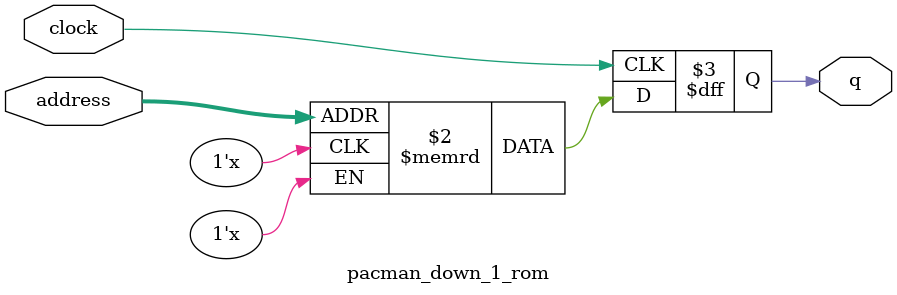
<source format=sv>
module Food_rom (
	input logic clock,
	input logic [7:0] address,
	output logic [0:0] q
);

logic [0:0] memory [0:255] /* synthesis ram_init_file = "./AFinalProjectFiles/Food.mif" */;

always_ff @ (posedge clock) begin
	q <= memory[address];
end

endmodule

module red_ghost_left_rom (
	input logic clock,
	input logic [7:0] address,
	output logic [1:0] q
);

logic [1:0] memory [0:255] /* synthesis ram_init_file = "./AFinalProjectFiles/red_ghost_left.mif" */;

always_ff @ (posedge clock) begin
	q <= memory[address];
end

endmodule


module orange_ghost_left_rom (
	input logic clock,
	input logic [7:0] address,
	output logic [1:0] q
);

logic [1:0] memory [0:255] /* synthesis ram_init_file = "./AFinalProjectFiles/orange_ghost_left.mif" */;

always_ff @ (posedge clock) begin
	q <= memory[address];
end

endmodule


module cherries_rom (
	input logic clock,
	input logic [7:0] address,
	output logic [1:0] q
);

logic [1:0] memory [0:255] /* synthesis ram_init_file = "./AFinalProjectFiles/cherries.mif" */;

always_ff @ (posedge clock) begin
	q <= memory[address];
end

endmodule

module pink_ghost_left_rom (
	input logic clock,
	input logic [7:0] address,
	output logic [1:0] q
);

logic [1:0] memory [0:255] /* synthesis ram_init_file = "./AFinalProjectFiles/pink_ghost_left.mif" */;

always_ff @ (posedge clock) begin
	q <= memory[address];
end

endmodule


module blue_ghost_left_rom (
	input logic clock,
	input logic [7:0] address,
	output logic [1:0] q
);

logic [1:0] memory [0:255] /* synthesis ram_init_file = "./AFinalProjectFiles/blue_ghost_left.mif" */;

always_ff @ (posedge clock) begin
	q <= memory[address];
end

endmodule


module PowerUp_rom (
	input logic clock,
	input logic [7:0] address,
	output logic [0:0] q
);

logic [0:0] memory [0:255] /* synthesis ram_init_file = "./AFinalProjectFiles/PowerUp.mif" */;

always_ff @ (posedge clock) begin
	q <= memory[address];
end

endmodule

module lives_rom (
	input logic clock,
	input logic [7:0] address,
	output logic [0:0] q
);

logic [0:0] memory [0:255] /* synthesis ram_init_file = "./AFinalProjectFiles/lives.mif" */;

always_ff @ (posedge clock) begin
	q <= memory[address];
end

endmodule


module frighten_state_rom (
	input logic clock,
	input logic [7:0] address,
	output logic [1:0] q
);

logic [1:0] memory [0:255] /* synthesis ram_init_file = "./AFinalProjectFiles/frighten_state.mif" */;

always_ff @ (posedge clock) begin
	q <= memory[address];
end

endmodule

module pacman_up_3_rom (
	input logic clock,
	input logic [7:0] address,
	output logic [0:0] q
);

logic [0:0] memory [0:255] /* synthesis ram_init_file = "./AFinalProjectFiles/pacman_up_3.mif" */;

always_ff @ (posedge clock) begin
	q <= memory[address];
end

endmodule

module pacman_up_2_rom (
	input logic clock,
	input logic [7:0] address,
	output logic [0:0] q
);

logic [0:0] memory [0:255] /* synthesis ram_init_file = "./AFinalProjectFiles/pacman_up_2.mif" */;

always_ff @ (posedge clock) begin
	q <= memory[address];
end

endmodule

module pacman_up_1_rom (
	input logic clock,
	input logic [7:0] address,
	output logic [0:0] q
);

logic [0:0] memory [0:255] /* synthesis ram_init_file = "./AFinalProjectFiles/pacman_up_1.mif" */;

always_ff @ (posedge clock) begin
	q <= memory[address];
end

endmodule

module pacman_right_3_rom (
	input logic clock,
	input logic [7:0] address,
	output logic [0:0] q
);

logic [0:0] memory [0:255] /* synthesis ram_init_file = "./AFinalProjectFiles/pacman_right_3.mif" */;

always_ff @ (posedge clock) begin
	q <= memory[address];
end

endmodule

module pacman_right_2_rom (
	input logic clock,
	input logic [7:0] address,
	output logic [0:0] q
);

logic [0:0] memory [0:255] /* synthesis ram_init_file = "./AFinalProjectFiles/pacman_right_2.mif" */;

always_ff @ (posedge clock) begin
	q <= memory[address];
end

endmodule

module pacman_right_1_rom (
	input logic clock,
	input logic [7:0] address,
	output logic [0:0] q
);

logic [0:0] memory [0:255] /* synthesis ram_init_file = "./AFinalProjectFiles/pacman_right_1.mif" */;

always_ff @ (posedge clock) begin
	q <= memory[address];
end

endmodule

module pacman_left_3_rom (
	input logic clock,
	input logic [7:0] address,
	output logic [0:0] q
);

logic [0:0] memory [0:255] /* synthesis ram_init_file = "./AFinalProjectFiles/pacman_left_3.mif" */;

always_ff @ (posedge clock) begin
	q <= memory[address];
end

endmodule

module pacman_left_2_rom (
	input logic clock,
	input logic [7:0] address,
	output logic [0:0] q
);

logic [0:0] memory [0:255] /* synthesis ram_init_file = "./AFinalProjectFiles/pacman_left_2.mif" */;

always_ff @ (posedge clock) begin
	q <= memory[address];
end

endmodule

module pacman_left_1_rom (
	input logic clock,
	input logic [7:0] address,
	output logic [0:0] q
);

logic [0:0] memory [0:255] /* synthesis ram_init_file = "./AFinalProjectFiles/pacman_left_1.mif" */;

always_ff @ (posedge clock) begin
	q <= memory[address];
end

endmodule

module pacman_down_3_rom (
	input logic clock,
	input logic [7:0] address,
	output logic [0:0] q
);

logic [0:0] memory [0:255] /* synthesis ram_init_file = "./AFinalProjectFiles/pacman_down_3.mif" */;

always_ff @ (posedge clock) begin
	q <= memory[address];
end

endmodule

module pacman_down_2_rom (
	input logic clock,
	input logic [7:0] address,
	output logic [0:0] q
);

logic [0:0] memory [0:255] /* synthesis ram_init_file = "./AFinalProjectFiles/pacman_down_2.mif" */;

always_ff @ (posedge clock) begin
	q <= memory[address];
end

endmodule

module pacman_down_1_rom (
	input logic clock,
	input logic [7:0] address,
	output logic [0:0] q
);

logic [0:0] memory [0:255] /* synthesis ram_init_file = "./AFinalProjectFiles/pacman_down_1.mif" */;

always_ff @ (posedge clock) begin
	q <= memory[address];
end

endmodule


</source>
